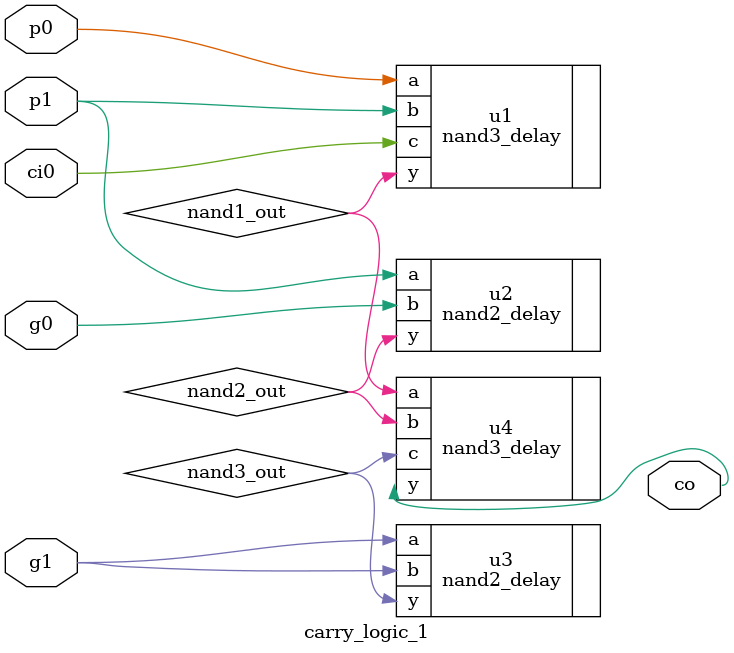
<source format=sv>
module carry_logic_1 (
    input logic p0,
    input logic g0,
	input logic p1,
    input logic g1,
    input logic ci0,
    output logic co
);

    logic nand1_out;  
    logic nand2_out;  
	logic nand3_out;  


nand3_delay u1 (
	.a(p0), 
	.b(p1), 
	.c(ci0),
	.y(nand1_out)
	); 

nand2_delay u2 (
	.a(p1), 
	.b(g0), 
	.y(nand2_out)
	); 

nand2_delay u3 (
	.a(g1), 
	.b(g1), 
	.y(nand3_out)
	); 

nand3_delay u4 (
	.a(nand1_out), 
	.b(nand2_out), 
	.c(nand3_out),
	.y(co)
	); 
//co = g1 | p1 & g0 | (p1 & p0 & ci0;
endmodule
</source>
